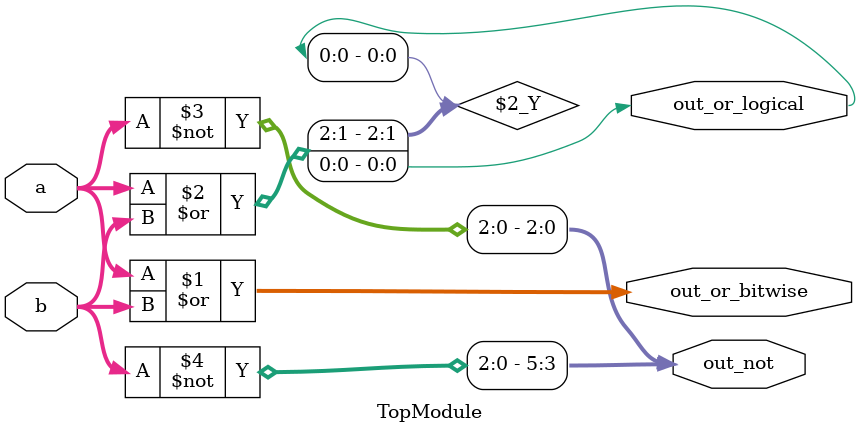
<source format=v>
module TopModule (
  input [2:0] a,
  input [2:0] b,
  output [2:0] out_or_bitwise,
  output out_or_logical,
  output [5:0] out_not
);

  assign out_or_bitwise = a | b;
  assign out_or_logical = a | b;
  assign out_not = {~b[2:0], ~a[2:0]};

endmodule
</source>
